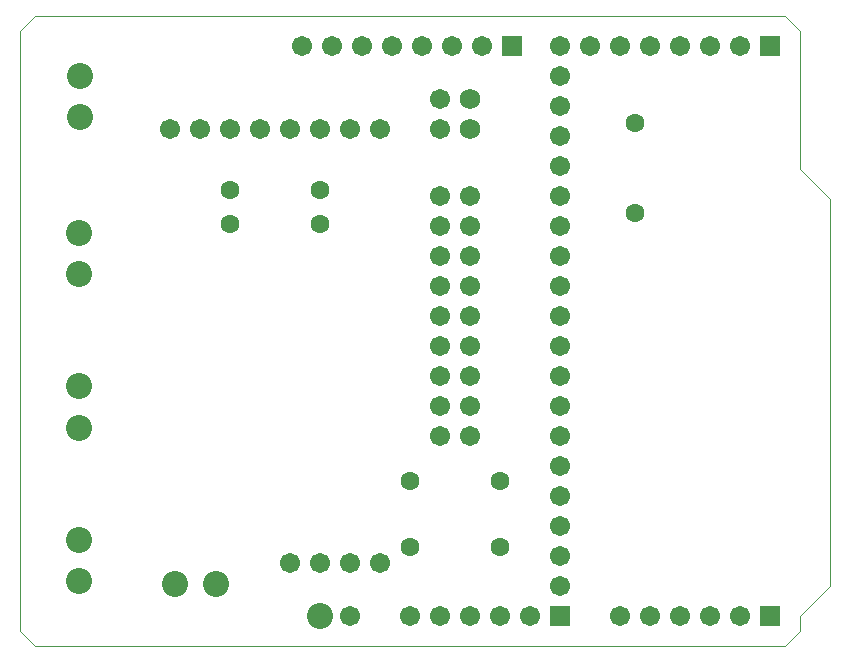
<source format=gbs>
G04*
G04 #@! TF.GenerationSoftware,Altium Limited,Altium Designer,18.0.7 (293)*
G04*
G04 Layer_Color=16711935*
%FSLAX25Y25*%
%MOIN*%
G70*
G01*
G75*
%ADD13C,0.00050*%
%ADD14C,0.00051*%
%ADD15C,0.06706*%
%ADD16C,0.06800*%
%ADD17R,0.06706X0.06706*%
%ADD18C,0.06312*%
%ADD19C,0.08674*%
D13*
X270013Y20005D02*
G03*
X270013Y20005I-13J0D01*
G01*
Y20000D02*
G03*
X270013Y20000I-13J0D01*
G01*
D02*
G03*
X270013Y20000I-13J0D01*
G01*
X260013Y10000D02*
G03*
X260013Y10000I-13J0D01*
G01*
X270013Y149000D02*
G03*
X270013Y149000I-13J0D01*
G01*
Y20005D02*
G03*
X270013Y20005I-13J0D01*
G01*
Y149000D02*
G03*
X270013Y149000I-13J0D01*
G01*
X260013Y159000D02*
G03*
X260013Y159000I-13J0D01*
G01*
X255013Y0D02*
G03*
X255013Y0I-13J0D01*
G01*
X5013D02*
G03*
X5013Y0I-13J0D01*
G01*
X260013Y5000D02*
G03*
X260013Y5000I-13J0D01*
G01*
X255013Y0D02*
G03*
X255013Y0I-13J0D01*
G01*
X260013Y10000D02*
G03*
X260013Y10000I-13J0D01*
G01*
Y5000D02*
G03*
X260013Y5000I-13J0D01*
G01*
Y205000D02*
G03*
X260013Y205000I-13J0D01*
G01*
Y159000D02*
G03*
X260013Y159000I-13J0D01*
G01*
X260013Y205000D02*
G03*
X260013Y205000I-13J0D01*
G01*
X255023Y209990D02*
G03*
X255023Y209990I-13J0D01*
G01*
X18Y205005D02*
G03*
X18Y205005I-13J0D01*
G01*
X18Y4995D02*
G03*
X18Y4995I-13J0D01*
G01*
X5003Y209990D02*
G03*
X5003Y209990I-13J0D01*
G01*
X18Y205005D02*
G03*
X18Y205005I-13J0D01*
G01*
X255013Y209990D02*
G03*
X255013Y209990I-13J0D01*
G01*
X5003D02*
G03*
X5003Y209990I-13J0D01*
G01*
X5013Y0D02*
G03*
X5013Y0I-13J0D01*
G01*
X18Y4995D02*
G03*
X18Y4995I-13J0D01*
G01*
X270000Y20000D02*
Y20005D01*
X260000Y10000D02*
X270000Y20000D01*
Y20005D02*
Y149000D01*
X260000Y159000D02*
X270000Y149000D01*
X5000Y0D02*
X255000D01*
X260000Y5000D01*
Y10000D01*
Y159000D02*
Y205000D01*
X255010Y209990D02*
X260000Y205000D01*
X5Y4995D02*
X5Y205005D01*
X4990Y209990D01*
X255000D01*
X5Y4995D02*
X5000Y0D01*
D14*
X270000Y20000D02*
Y20005D01*
D15*
X50000Y172500D02*
D03*
X60000D02*
D03*
X70000D02*
D03*
X80000D02*
D03*
X90000D02*
D03*
X100000D02*
D03*
X110000D02*
D03*
X120000D02*
D03*
X140000Y70000D02*
D03*
X150000D02*
D03*
X140000Y80000D02*
D03*
X150000D02*
D03*
Y90000D02*
D03*
X140000D02*
D03*
Y100000D02*
D03*
X150000D02*
D03*
X140000Y110000D02*
D03*
X150000D02*
D03*
Y120000D02*
D03*
X140000D02*
D03*
Y130000D02*
D03*
Y140000D02*
D03*
X150000Y150000D02*
D03*
X140000D02*
D03*
X150000Y130000D02*
D03*
Y140000D02*
D03*
X140000Y182441D02*
D03*
Y172441D02*
D03*
X180000Y190000D02*
D03*
Y180000D02*
D03*
Y170000D02*
D03*
Y160000D02*
D03*
Y150000D02*
D03*
Y140000D02*
D03*
Y130000D02*
D03*
Y120000D02*
D03*
Y110000D02*
D03*
Y100000D02*
D03*
Y90000D02*
D03*
Y80000D02*
D03*
Y70000D02*
D03*
Y60000D02*
D03*
Y50000D02*
D03*
Y40000D02*
D03*
Y30000D02*
D03*
Y20000D02*
D03*
X114000Y200000D02*
D03*
X124000D02*
D03*
X134000D02*
D03*
X144000D02*
D03*
X154000D02*
D03*
X180000D02*
D03*
X190000D02*
D03*
X200000D02*
D03*
X210000D02*
D03*
X220000D02*
D03*
X230000D02*
D03*
X240000D02*
D03*
Y10000D02*
D03*
X230000D02*
D03*
X220000D02*
D03*
X210000D02*
D03*
X200000D02*
D03*
X170000D02*
D03*
X160000D02*
D03*
X150000D02*
D03*
X140000D02*
D03*
X130000D02*
D03*
X104000Y200000D02*
D03*
X94000D02*
D03*
X90000Y27559D02*
D03*
X100000D02*
D03*
X110000D02*
D03*
X120000D02*
D03*
X110000Y10000D02*
D03*
D16*
X150000Y172441D02*
D03*
Y182441D02*
D03*
D17*
X164000Y200000D02*
D03*
X250000D02*
D03*
Y10000D02*
D03*
X180000D02*
D03*
D18*
X130000Y33000D02*
D03*
X160000D02*
D03*
X130000Y55000D02*
D03*
X160000D02*
D03*
X204724Y144449D02*
D03*
Y174449D02*
D03*
X100039Y152126D02*
D03*
X70039D02*
D03*
X100039Y140787D02*
D03*
X70039D02*
D03*
D19*
X100000Y10000D02*
D03*
X51400Y20800D02*
D03*
X65180D02*
D03*
X19685Y35433D02*
D03*
Y21654D02*
D03*
Y86614D02*
D03*
Y72835D02*
D03*
Y137795D02*
D03*
Y124016D02*
D03*
X20000Y190000D02*
D03*
Y176221D02*
D03*
M02*

</source>
